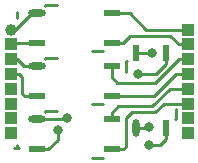
<source format=gbr>
G04 #@! TF.GenerationSoftware,KiCad,Pcbnew,(5.0.0)*
G04 #@! TF.CreationDate,2019-04-19T16:10:29+03:00*
G04 #@! TF.ProjectId,249__25__,3234391A1F323511222E6B696361645F,rev?*
G04 #@! TF.SameCoordinates,Original*
G04 #@! TF.FileFunction,Copper,L1,Top,Signal*
G04 #@! TF.FilePolarity,Positive*
%FSLAX46Y46*%
G04 Gerber Fmt 4.6, Leading zero omitted, Abs format (unit mm)*
G04 Created by KiCad (PCBNEW (5.0.0)) date 04/19/19 16:10:29*
%MOMM*%
%LPD*%
G01*
G04 APERTURE LIST*
G04 #@! TA.AperFunction,ComponentPad*
%ADD10C,1.000000*%
G04 #@! TD*
G04 #@! TA.AperFunction,ComponentPad*
%ADD11R,1.000000X1.000000*%
G04 #@! TD*
G04 #@! TA.AperFunction,SMDPad,CuDef*
%ADD12O,1.473200X0.609600*%
G04 #@! TD*
G04 #@! TA.AperFunction,SMDPad,CuDef*
%ADD13R,1.473200X0.609600*%
G04 #@! TD*
G04 #@! TA.AperFunction,SMDPad,CuDef*
%ADD14R,0.609600X1.473200*%
G04 #@! TD*
G04 #@! TA.AperFunction,SMDPad,CuDef*
%ADD15O,0.609600X1.473200*%
G04 #@! TD*
G04 #@! TA.AperFunction,ViaPad*
%ADD16C,0.800000*%
G04 #@! TD*
G04 #@! TA.AperFunction,Conductor*
%ADD17C,0.250000*%
G04 #@! TD*
G04 APERTURE END LIST*
D10*
G04 #@! TO.P,DA1,1*
G04 #@! TO.N,/in_1*
X118500000Y-68000000D03*
D11*
G04 #@! TO.P,DA1,16*
G04 #@! TO.N,/out1_1*
X133500000Y-68000000D03*
G04 #@! TO.P,DA1,2*
G04 #@! TO.N,/gnd_1*
X118500000Y-69250000D03*
G04 #@! TO.P,DA1,15*
G04 #@! TO.N,/out2_1*
X133500000Y-69250000D03*
G04 #@! TO.P,DA1,3*
G04 #@! TO.N,/in_2*
X118500000Y-70500000D03*
G04 #@! TO.P,DA1,14*
G04 #@! TO.N,/out1_2*
X133500000Y-70500000D03*
G04 #@! TO.P,DA1,4*
G04 #@! TO.N,/gnd_2*
X118500000Y-71750000D03*
G04 #@! TO.P,DA1,13*
G04 #@! TO.N,/out2_2*
X133500000Y-71750000D03*
G04 #@! TO.P,DA1,5*
G04 #@! TO.N,/in_3*
X118500000Y-73000000D03*
G04 #@! TO.P,DA1,12*
G04 #@! TO.N,/out1_3*
X133500000Y-73000000D03*
G04 #@! TO.P,DA1,6*
G04 #@! TO.N,/gnd_3*
X118500000Y-74250000D03*
G04 #@! TO.P,DA1,11*
G04 #@! TO.N,/out2_3*
X133500000Y-74250000D03*
G04 #@! TO.P,DA1,7*
G04 #@! TO.N,/in_4*
X118500000Y-75500000D03*
G04 #@! TO.P,DA1,10*
G04 #@! TO.N,/out1_4*
X133500000Y-75500000D03*
G04 #@! TO.P,DA1,8*
G04 #@! TO.N,/gnd_4*
X118500000Y-76750000D03*
G04 #@! TO.P,DA1,9*
G04 #@! TO.N,/out2_4*
X133500000Y-76750000D03*
G04 #@! TD*
D12*
G04 #@! TO.P,DA2,1*
G04 #@! TO.N,/in_1*
X120706000Y-66595000D03*
D13*
G04 #@! TO.P,DA2,2*
G04 #@! TO.N,/gnd_1*
X120706000Y-69135000D03*
G04 #@! TO.P,DA2,3*
G04 #@! TO.N,/out2_1*
X127044000Y-69135000D03*
G04 #@! TO.P,DA2,4*
G04 #@! TO.N,/out1_1*
X127044000Y-66595000D03*
G04 #@! TD*
G04 #@! TO.P,DA3,4*
G04 #@! TO.N,/out1_2*
X127044000Y-71095000D03*
G04 #@! TO.P,DA3,3*
G04 #@! TO.N,/out2_2*
X127044000Y-73635000D03*
G04 #@! TO.P,DA3,2*
G04 #@! TO.N,/gnd_2*
X120706000Y-73635000D03*
D12*
G04 #@! TO.P,DA3,1*
G04 #@! TO.N,/in_2*
X120706000Y-71095000D03*
G04 #@! TD*
G04 #@! TO.P,DA4,1*
G04 #@! TO.N,/in_3*
X120706000Y-75595000D03*
D13*
G04 #@! TO.P,DA4,2*
G04 #@! TO.N,/gnd_3*
X120706000Y-78135000D03*
G04 #@! TO.P,DA4,3*
G04 #@! TO.N,/out2_3*
X127044000Y-78135000D03*
G04 #@! TO.P,DA4,4*
G04 #@! TO.N,/out1_3*
X127044000Y-75595000D03*
G04 #@! TD*
D14*
G04 #@! TO.P,DA5,4*
G04 #@! TO.N,/out1_4*
X129095000Y-69956000D03*
G04 #@! TO.P,DA5,3*
G04 #@! TO.N,/out2_4*
X131635000Y-69956000D03*
G04 #@! TO.P,DA5,2*
G04 #@! TO.N,/gnd_4*
X131635000Y-76294000D03*
D15*
G04 #@! TO.P,DA5,1*
G04 #@! TO.N,/in_4*
X129095000Y-76294000D03*
G04 #@! TD*
D16*
G04 #@! TO.N,/in_3*
X123250000Y-75500000D03*
G04 #@! TO.N,/gnd_3*
X122500000Y-76500000D03*
G04 #@! TO.N,/in_4*
X130250000Y-76250000D03*
G04 #@! TO.N,/out1_4*
X130500000Y-70000000D03*
G04 #@! TO.N,/gnd_4*
X130250000Y-77750000D03*
G04 #@! TO.N,/out2_4*
X129250000Y-71750000D03*
G04 #@! TD*
D17*
G04 #@! TO.N,*
X121400000Y-66000000D02*
X121400000Y-65900010D01*
X121400000Y-65900010D02*
X122399990Y-65900010D01*
X121400000Y-70400010D02*
X122399990Y-70400010D01*
X121400000Y-70500000D02*
X121400000Y-70400010D01*
X121400000Y-74900010D02*
X122399990Y-74900010D01*
X121400000Y-75000000D02*
X121400000Y-74900010D01*
X126350000Y-78829990D02*
X125350010Y-78829990D01*
X126350000Y-74329990D02*
X125350010Y-74329990D01*
X126350000Y-69829990D02*
X125350010Y-69829990D01*
X132500000Y-75600000D02*
X132400000Y-75600000D01*
X132500000Y-75600000D02*
X132500000Y-74700000D01*
X128230001Y-70650000D02*
X128330000Y-70650000D01*
X128230001Y-70650000D02*
X128230000Y-71550000D01*
X119000000Y-67000000D02*
X119000000Y-66500000D01*
X119000000Y-77750000D02*
X119000000Y-78000000D01*
X119000000Y-78000000D02*
X118750000Y-78000000D01*
X119000000Y-78000000D02*
X119250000Y-78000000D01*
G04 #@! TO.N,/in_1*
X118869200Y-68000000D02*
X118650010Y-68000000D01*
X120274200Y-66595000D02*
X118869200Y-68000000D01*
X120706000Y-66595000D02*
X120274200Y-66595000D01*
G04 #@! TO.N,/out1_1*
X133500000Y-68000000D02*
X130000000Y-68000000D01*
X128595000Y-66595000D02*
X127044000Y-66595000D01*
X130000000Y-68000000D02*
X128595000Y-66595000D01*
G04 #@! TO.N,/gnd_1*
X118615000Y-69135000D02*
X118500000Y-69250000D01*
X120706000Y-69135000D02*
X118615000Y-69135000D01*
G04 #@! TO.N,/out2_1*
X128000000Y-69135000D02*
X127044000Y-69135000D01*
X128635000Y-68500000D02*
X128000000Y-69135000D01*
X132000000Y-68500000D02*
X128635000Y-68500000D01*
X132750000Y-69250000D02*
X132000000Y-68500000D01*
X133500000Y-69250000D02*
X132750000Y-69250000D01*
G04 #@! TO.N,/in_2*
X119000000Y-70500000D02*
X118500000Y-70500000D01*
X120706000Y-71095000D02*
X119595000Y-71095000D01*
X119595000Y-71095000D02*
X119000000Y-70500000D01*
G04 #@! TO.N,/out1_2*
X127044000Y-72044000D02*
X127044000Y-71095000D01*
X127500000Y-72500000D02*
X127044000Y-72044000D01*
X130750000Y-72500000D02*
X127500000Y-72500000D01*
X133500000Y-70500000D02*
X132750000Y-70500000D01*
X132750000Y-70500000D02*
X130750000Y-72500000D01*
G04 #@! TO.N,/gnd_2*
X119250000Y-71750000D02*
X118500000Y-71750000D01*
X119719400Y-73635000D02*
X119500000Y-73415600D01*
X120706000Y-73635000D02*
X119719400Y-73635000D01*
X119500000Y-72000000D02*
X119250000Y-71750000D01*
X119500000Y-73415600D02*
X119500000Y-72000000D01*
G04 #@! TO.N,/out2_2*
X132500000Y-71750000D02*
X133500000Y-71750000D01*
X130615000Y-73635000D02*
X132500000Y-71750000D01*
X127044000Y-73635000D02*
X130615000Y-73635000D01*
G04 #@! TO.N,/in_3*
X123155000Y-75595000D02*
X123250000Y-75500000D01*
X120706000Y-75595000D02*
X123155000Y-75595000D01*
G04 #@! TO.N,/out1_3*
X127044000Y-75040200D02*
X127584200Y-74500000D01*
X127044000Y-75595000D02*
X127044000Y-75040200D01*
X127584200Y-74500000D02*
X130500000Y-74500000D01*
X132000000Y-73000000D02*
X133500000Y-73000000D01*
X130500000Y-74500000D02*
X132000000Y-73000000D01*
G04 #@! TO.N,/gnd_3*
X121692600Y-78135000D02*
X122500000Y-77327600D01*
X120706000Y-78135000D02*
X121692600Y-78135000D01*
X122500000Y-77327600D02*
X122500000Y-76500000D01*
G04 #@! TO.N,/out2_3*
X131500000Y-74250000D02*
X133500000Y-74250000D01*
X127044000Y-78135000D02*
X128030600Y-78135000D01*
X128030600Y-78135000D02*
X128250000Y-77915600D01*
X128250000Y-77915600D02*
X128250000Y-75500000D01*
X128250000Y-75500000D02*
X128750000Y-75000000D01*
X128750000Y-75000000D02*
X130750000Y-75000000D01*
X130750000Y-75000000D02*
X131500000Y-74250000D01*
G04 #@! TO.N,/in_4*
X129095000Y-76294000D02*
X130206000Y-76294000D01*
X130206000Y-76294000D02*
X130250000Y-76250000D01*
G04 #@! TO.N,/out1_4*
X129095000Y-69956000D02*
X130456000Y-69956000D01*
X130456000Y-69956000D02*
X130500000Y-70000000D01*
G04 #@! TO.N,/gnd_4*
X131635000Y-77280600D02*
X131165600Y-77750000D01*
X131635000Y-76294000D02*
X131635000Y-77280600D01*
X131165600Y-77750000D02*
X130250000Y-77750000D01*
G04 #@! TO.N,/out2_4*
X131635000Y-70942600D02*
X130827600Y-71750000D01*
X131635000Y-69956000D02*
X131635000Y-70942600D01*
X130827600Y-71750000D02*
X129250000Y-71750000D01*
G04 #@! TD*
M02*

</source>
